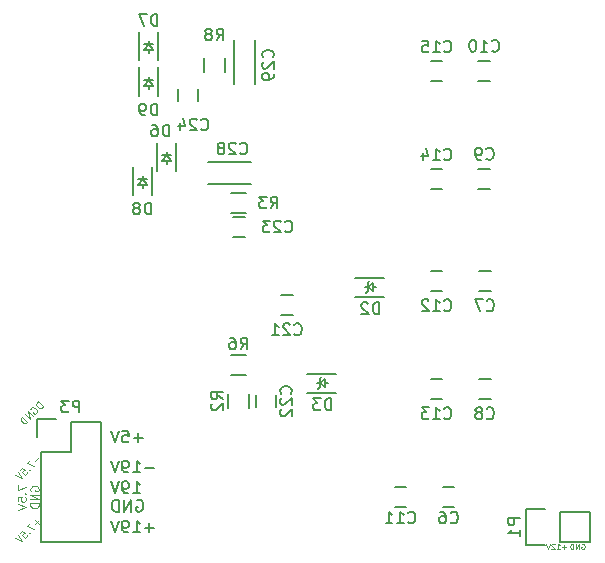
<source format=gbo>
G04 #@! TF.FileFunction,Legend,Bot*
%FSLAX46Y46*%
G04 Gerber Fmt 4.6, Leading zero omitted, Abs format (unit mm)*
G04 Created by KiCad (PCBNEW 4.0.1-3.201512221402+6198~38~ubuntu14.04.1-stable) date Wed 03 Feb 2016 12:26:22 GMT*
%MOMM*%
G01*
G04 APERTURE LIST*
%ADD10C,0.100000*%
%ADD11C,0.150000*%
%ADD12C,0.110000*%
G04 APERTURE END LIST*
D10*
X148424857Y-149254000D02*
X148467714Y-149232571D01*
X148532000Y-149232571D01*
X148596285Y-149254000D01*
X148639143Y-149296857D01*
X148660571Y-149339714D01*
X148682000Y-149425429D01*
X148682000Y-149489714D01*
X148660571Y-149575429D01*
X148639143Y-149618286D01*
X148596285Y-149661143D01*
X148532000Y-149682571D01*
X148489143Y-149682571D01*
X148424857Y-149661143D01*
X148403428Y-149639714D01*
X148403428Y-149489714D01*
X148489143Y-149489714D01*
X148210571Y-149682571D02*
X148210571Y-149232571D01*
X147953428Y-149682571D01*
X147953428Y-149232571D01*
X147739142Y-149682571D02*
X147739142Y-149232571D01*
X147631999Y-149232571D01*
X147567714Y-149254000D01*
X147524856Y-149296857D01*
X147503428Y-149339714D01*
X147481999Y-149425429D01*
X147481999Y-149489714D01*
X147503428Y-149575429D01*
X147524856Y-149618286D01*
X147567714Y-149661143D01*
X147631999Y-149682571D01*
X147739142Y-149682571D01*
X147096856Y-149511143D02*
X146753999Y-149511143D01*
X146925428Y-149682571D02*
X146925428Y-149339714D01*
X146303999Y-149682571D02*
X146561142Y-149682571D01*
X146432570Y-149682571D02*
X146432570Y-149232571D01*
X146475427Y-149296857D01*
X146518285Y-149339714D01*
X146561142Y-149361143D01*
X146132571Y-149275429D02*
X146111142Y-149254000D01*
X146068285Y-149232571D01*
X145961142Y-149232571D01*
X145918285Y-149254000D01*
X145896856Y-149275429D01*
X145875428Y-149318286D01*
X145875428Y-149361143D01*
X145896856Y-149425429D01*
X146153999Y-149682571D01*
X145875428Y-149682571D01*
X145746857Y-149232571D02*
X145596857Y-149682571D01*
X145446857Y-149232571D01*
D11*
X112219905Y-147899429D02*
X111458000Y-147899429D01*
X111838952Y-148280381D02*
X111838952Y-147518476D01*
X110458000Y-148280381D02*
X111029429Y-148280381D01*
X110743715Y-148280381D02*
X110743715Y-147280381D01*
X110838953Y-147423238D01*
X110934191Y-147518476D01*
X111029429Y-147566095D01*
X109981810Y-148280381D02*
X109791334Y-148280381D01*
X109696095Y-148232762D01*
X109648476Y-148185143D01*
X109553238Y-148042286D01*
X109505619Y-147851810D01*
X109505619Y-147470857D01*
X109553238Y-147375619D01*
X109600857Y-147328000D01*
X109696095Y-147280381D01*
X109886572Y-147280381D01*
X109981810Y-147328000D01*
X110029429Y-147375619D01*
X110077048Y-147470857D01*
X110077048Y-147708952D01*
X110029429Y-147804190D01*
X109981810Y-147851810D01*
X109886572Y-147899429D01*
X109696095Y-147899429D01*
X109600857Y-147851810D01*
X109553238Y-147804190D01*
X109505619Y-147708952D01*
X109219905Y-147280381D02*
X108886572Y-148280381D01*
X108553238Y-147280381D01*
X110458000Y-144965381D02*
X111029429Y-144965381D01*
X110743715Y-144965381D02*
X110743715Y-143965381D01*
X110838953Y-144108238D01*
X110934191Y-144203476D01*
X111029429Y-144251095D01*
X109981810Y-144965381D02*
X109791334Y-144965381D01*
X109696095Y-144917762D01*
X109648476Y-144870143D01*
X109553238Y-144727286D01*
X109505619Y-144536810D01*
X109505619Y-144155857D01*
X109553238Y-144060619D01*
X109600857Y-144013000D01*
X109696095Y-143965381D01*
X109886572Y-143965381D01*
X109981810Y-144013000D01*
X110029429Y-144060619D01*
X110077048Y-144155857D01*
X110077048Y-144393952D01*
X110029429Y-144489190D01*
X109981810Y-144536810D01*
X109886572Y-144584429D01*
X109696095Y-144584429D01*
X109600857Y-144536810D01*
X109553238Y-144489190D01*
X109505619Y-144393952D01*
X109219905Y-143965381D02*
X108886572Y-144965381D01*
X108553238Y-143965381D01*
X110743714Y-145563000D02*
X110838952Y-145515381D01*
X110981809Y-145515381D01*
X111124667Y-145563000D01*
X111219905Y-145658238D01*
X111267524Y-145753476D01*
X111315143Y-145943952D01*
X111315143Y-146086810D01*
X111267524Y-146277286D01*
X111219905Y-146372524D01*
X111124667Y-146467762D01*
X110981809Y-146515381D01*
X110886571Y-146515381D01*
X110743714Y-146467762D01*
X110696095Y-146420143D01*
X110696095Y-146086810D01*
X110886571Y-146086810D01*
X110267524Y-146515381D02*
X110267524Y-145515381D01*
X109696095Y-146515381D01*
X109696095Y-145515381D01*
X109219905Y-146515381D02*
X109219905Y-145515381D01*
X108981810Y-145515381D01*
X108838952Y-145563000D01*
X108743714Y-145658238D01*
X108696095Y-145753476D01*
X108648476Y-145943952D01*
X108648476Y-146086810D01*
X108696095Y-146277286D01*
X108743714Y-146372524D01*
X108838952Y-146467762D01*
X108981810Y-146515381D01*
X109219905Y-146515381D01*
X112219905Y-142819429D02*
X111458000Y-142819429D01*
X110458000Y-143200381D02*
X111029429Y-143200381D01*
X110743715Y-143200381D02*
X110743715Y-142200381D01*
X110838953Y-142343238D01*
X110934191Y-142438476D01*
X111029429Y-142486095D01*
X109981810Y-143200381D02*
X109791334Y-143200381D01*
X109696095Y-143152762D01*
X109648476Y-143105143D01*
X109553238Y-142962286D01*
X109505619Y-142771810D01*
X109505619Y-142390857D01*
X109553238Y-142295619D01*
X109600857Y-142248000D01*
X109696095Y-142200381D01*
X109886572Y-142200381D01*
X109981810Y-142248000D01*
X110029429Y-142295619D01*
X110077048Y-142390857D01*
X110077048Y-142628952D01*
X110029429Y-142724190D01*
X109981810Y-142771810D01*
X109886572Y-142819429D01*
X109696095Y-142819429D01*
X109600857Y-142771810D01*
X109553238Y-142724190D01*
X109505619Y-142628952D01*
X109219905Y-142200381D02*
X108886572Y-143200381D01*
X108553238Y-142200381D01*
X111267524Y-140279429D02*
X110505619Y-140279429D01*
X110886571Y-140660381D02*
X110886571Y-139898476D01*
X109553238Y-139660381D02*
X110029429Y-139660381D01*
X110077048Y-140136571D01*
X110029429Y-140088952D01*
X109934191Y-140041333D01*
X109696095Y-140041333D01*
X109600857Y-140088952D01*
X109553238Y-140136571D01*
X109505619Y-140231810D01*
X109505619Y-140469905D01*
X109553238Y-140565143D01*
X109600857Y-140612762D01*
X109696095Y-140660381D01*
X109934191Y-140660381D01*
X110029429Y-140612762D01*
X110077048Y-140565143D01*
X109219905Y-139660381D02*
X108886572Y-140660381D01*
X108553238Y-139660381D01*
D12*
X102803543Y-137610315D02*
X102379279Y-137186051D01*
X102278264Y-137287066D01*
X102237857Y-137367879D01*
X102237858Y-137448690D01*
X102258061Y-137509300D01*
X102318670Y-137610315D01*
X102379279Y-137670924D01*
X102480294Y-137731533D01*
X102540903Y-137751736D01*
X102621715Y-137751737D01*
X102702528Y-137711330D01*
X102803543Y-137610315D01*
X101752984Y-137852752D02*
X101773188Y-137792143D01*
X101833797Y-137731534D01*
X101914609Y-137691127D01*
X101995421Y-137691128D01*
X102056030Y-137711330D01*
X102157045Y-137771939D01*
X102217654Y-137832549D01*
X102278263Y-137933563D01*
X102298466Y-137994173D01*
X102298467Y-138074985D01*
X102258061Y-138155798D01*
X102217654Y-138196204D01*
X102136842Y-138236610D01*
X102096437Y-138236610D01*
X101955015Y-138095188D01*
X102035827Y-138014377D01*
X101955015Y-138458843D02*
X101530751Y-138034579D01*
X101712579Y-138701280D01*
X101288315Y-138277016D01*
X101510548Y-138903310D02*
X101086284Y-138479046D01*
X100985269Y-138580061D01*
X100944862Y-138660874D01*
X100944863Y-138741685D01*
X100965066Y-138802295D01*
X101025675Y-138903310D01*
X101086284Y-138963919D01*
X101187299Y-139024528D01*
X101247908Y-139044731D01*
X101328720Y-139044732D01*
X101409533Y-139004325D01*
X101510548Y-138903310D01*
X102478833Y-141929776D02*
X102155584Y-142253025D01*
X101731320Y-142152010D02*
X101448478Y-142434853D01*
X102054569Y-142677289D01*
X101670711Y-142980335D02*
X101670710Y-143020742D01*
X101711117Y-143020742D01*
X101711116Y-142980335D01*
X101670711Y-142980335D01*
X101711117Y-143020742D01*
X100882792Y-143000538D02*
X101084823Y-142798508D01*
X101307056Y-142980335D01*
X101266649Y-142980335D01*
X101206040Y-143000538D01*
X101105025Y-143101553D01*
X101084822Y-143162162D01*
X101084823Y-143202569D01*
X101105025Y-143263178D01*
X101206040Y-143364193D01*
X101266650Y-143384396D01*
X101307056Y-143384396D01*
X101367665Y-143364193D01*
X101468680Y-143263178D01*
X101488883Y-143202569D01*
X101488883Y-143162163D01*
X100741370Y-143141960D02*
X101024213Y-143707646D01*
X100458527Y-143424803D01*
X100671667Y-144254667D02*
X100671667Y-144721334D01*
X101371667Y-144421334D01*
X101305000Y-144988001D02*
X101338333Y-145021334D01*
X101371667Y-144988001D01*
X101338333Y-144954667D01*
X101305000Y-144988001D01*
X101371667Y-144988001D01*
X100671667Y-145654667D02*
X100671667Y-145321334D01*
X101005000Y-145288000D01*
X100971667Y-145321334D01*
X100938333Y-145388000D01*
X100938333Y-145554667D01*
X100971667Y-145621334D01*
X101005000Y-145654667D01*
X101071667Y-145688000D01*
X101238333Y-145688000D01*
X101305000Y-145654667D01*
X101338333Y-145621334D01*
X101371667Y-145554667D01*
X101371667Y-145388000D01*
X101338333Y-145321334D01*
X101305000Y-145288000D01*
X100671667Y-145888001D02*
X101371667Y-146121334D01*
X100671667Y-146354667D01*
X101795000Y-144754667D02*
X101761667Y-144688001D01*
X101761667Y-144588001D01*
X101795000Y-144488001D01*
X101861667Y-144421334D01*
X101928333Y-144388001D01*
X102061667Y-144354667D01*
X102161667Y-144354667D01*
X102295000Y-144388001D01*
X102361667Y-144421334D01*
X102428333Y-144488001D01*
X102461667Y-144588001D01*
X102461667Y-144654667D01*
X102428333Y-144754667D01*
X102395000Y-144788001D01*
X102161667Y-144788001D01*
X102161667Y-144654667D01*
X102461667Y-145088001D02*
X101761667Y-145088001D01*
X102461667Y-145488001D01*
X101761667Y-145488001D01*
X102461667Y-145821334D02*
X101761667Y-145821334D01*
X101761667Y-145988000D01*
X101795000Y-146088000D01*
X101861667Y-146154667D01*
X101928333Y-146188000D01*
X102061667Y-146221334D01*
X102161667Y-146221334D01*
X102295000Y-146188000D01*
X102361667Y-146154667D01*
X102428333Y-146088000D01*
X102461667Y-145988000D01*
X102461667Y-145821334D01*
X102478833Y-147263776D02*
X102155584Y-147587025D01*
X102478833Y-147587026D02*
X102155584Y-147263777D01*
X101731320Y-147486010D02*
X101448478Y-147768853D01*
X102054569Y-148011289D01*
X101670711Y-148314335D02*
X101670710Y-148354742D01*
X101711117Y-148354742D01*
X101711116Y-148314335D01*
X101670711Y-148314335D01*
X101711117Y-148354742D01*
X100882792Y-148334538D02*
X101084823Y-148132508D01*
X101307056Y-148314335D01*
X101266649Y-148314335D01*
X101206040Y-148334538D01*
X101105025Y-148435553D01*
X101084822Y-148496162D01*
X101084823Y-148536569D01*
X101105025Y-148597178D01*
X101206040Y-148698193D01*
X101266650Y-148718396D01*
X101307056Y-148718396D01*
X101367665Y-148698193D01*
X101468680Y-148597178D01*
X101488883Y-148536569D01*
X101488883Y-148496163D01*
X100741370Y-148475960D02*
X101024213Y-149041646D01*
X100458527Y-148758803D01*
D11*
X133596000Y-146138000D02*
X132596000Y-146138000D01*
X132596000Y-144438000D02*
X133596000Y-144438000D01*
X136644000Y-127850000D02*
X135644000Y-127850000D01*
X135644000Y-126150000D02*
X136644000Y-126150000D01*
X136644000Y-136994000D02*
X135644000Y-136994000D01*
X135644000Y-135294000D02*
X136644000Y-135294000D01*
X136644000Y-119214000D02*
X135644000Y-119214000D01*
X135644000Y-117514000D02*
X136644000Y-117514000D01*
X136644000Y-110070000D02*
X135644000Y-110070000D01*
X135644000Y-108370000D02*
X136644000Y-108370000D01*
X120472000Y-116956000D02*
X116772000Y-116956000D01*
X120472000Y-118756000D02*
X116772000Y-118756000D01*
X120788000Y-110312000D02*
X120788000Y-106612000D01*
X118988000Y-110312000D02*
X118988000Y-106612000D01*
X119980000Y-119521000D02*
X118780000Y-119521000D01*
X118780000Y-121271000D02*
X119980000Y-121271000D01*
X118223000Y-109312000D02*
X118223000Y-108112000D01*
X116473000Y-108112000D02*
X116473000Y-109312000D01*
X118780000Y-134987000D02*
X119980000Y-134987000D01*
X119980000Y-133237000D02*
X118780000Y-133237000D01*
X120255000Y-137760000D02*
X120255000Y-136560000D01*
X118505000Y-136560000D02*
X118505000Y-137760000D01*
X143738000Y-146278000D02*
X145288000Y-146278000D01*
X149098000Y-146558000D02*
X146558000Y-146558000D01*
X146558000Y-146558000D02*
X146558000Y-149098000D01*
X145288000Y-149378000D02*
X143738000Y-149378000D01*
X143738000Y-149378000D02*
X143738000Y-146278000D01*
X146558000Y-149098000D02*
X149098000Y-149098000D01*
X149098000Y-149098000D02*
X149098000Y-146558000D01*
X102616000Y-141478000D02*
X102616000Y-149098000D01*
X102616000Y-149098000D02*
X107696000Y-149098000D01*
X107696000Y-149098000D02*
X107696000Y-138938000D01*
X107696000Y-138938000D02*
X105156000Y-138938000D01*
X102336000Y-140208000D02*
X102336000Y-138658000D01*
X105156000Y-138938000D02*
X105156000Y-141478000D01*
X105156000Y-141478000D02*
X102616000Y-141478000D01*
X102336000Y-138658000D02*
X103886000Y-138658000D01*
X126242000Y-135286000D02*
X126392000Y-135136000D01*
X126092000Y-136136000D02*
X126242000Y-135986000D01*
X126742000Y-135636000D02*
X126992000Y-135636000D01*
X126242000Y-135636000D02*
X125992000Y-135636000D01*
X126242000Y-135636000D02*
X126742000Y-135986000D01*
X126742000Y-135986000D02*
X126742000Y-135286000D01*
X126742000Y-135286000D02*
X126242000Y-135636000D01*
X126242000Y-135986000D02*
X126242000Y-135286000D01*
X125192000Y-134836000D02*
X127592000Y-134836000D01*
X125192000Y-136436000D02*
X127592000Y-136436000D01*
X130306000Y-127158000D02*
X130456000Y-127008000D01*
X130156000Y-128008000D02*
X130306000Y-127858000D01*
X130806000Y-127508000D02*
X131056000Y-127508000D01*
X130306000Y-127508000D02*
X130056000Y-127508000D01*
X130306000Y-127508000D02*
X130806000Y-127858000D01*
X130806000Y-127858000D02*
X130806000Y-127158000D01*
X130806000Y-127158000D02*
X130306000Y-127508000D01*
X130306000Y-127858000D02*
X130306000Y-127158000D01*
X129256000Y-126708000D02*
X131656000Y-126708000D01*
X129256000Y-128308000D02*
X131656000Y-128308000D01*
X137660000Y-146138000D02*
X136660000Y-146138000D01*
X136660000Y-144438000D02*
X137660000Y-144438000D01*
X140724000Y-127850000D02*
X139724000Y-127850000D01*
X139724000Y-126150000D02*
X140724000Y-126150000D01*
X140724000Y-136994000D02*
X139724000Y-136994000D01*
X139724000Y-135294000D02*
X140724000Y-135294000D01*
X139692000Y-117514000D02*
X140692000Y-117514000D01*
X140692000Y-119214000D02*
X139692000Y-119214000D01*
X139692000Y-108370000D02*
X140692000Y-108370000D01*
X140692000Y-110070000D02*
X139692000Y-110070000D01*
X123960000Y-129882000D02*
X122960000Y-129882000D01*
X122960000Y-128182000D02*
X123960000Y-128182000D01*
X120816000Y-137676000D02*
X120816000Y-136676000D01*
X122516000Y-136676000D02*
X122516000Y-137676000D01*
X119896000Y-123278000D02*
X118896000Y-123278000D01*
X118896000Y-121578000D02*
X119896000Y-121578000D01*
X114212000Y-111768000D02*
X114212000Y-110768000D01*
X115912000Y-110768000D02*
X115912000Y-111768000D01*
X113284000Y-116836000D02*
X113284000Y-117086000D01*
X113284000Y-116336000D02*
X113284000Y-116086000D01*
X113284000Y-116336000D02*
X112934000Y-116836000D01*
X112934000Y-116836000D02*
X113634000Y-116836000D01*
X113634000Y-116836000D02*
X113284000Y-116336000D01*
X112934000Y-116336000D02*
X113634000Y-116336000D01*
X114084000Y-115286000D02*
X114084000Y-117686000D01*
X112484000Y-115286000D02*
X112484000Y-117686000D01*
X111760000Y-107438000D02*
X111760000Y-107688000D01*
X111760000Y-106938000D02*
X111760000Y-106688000D01*
X111760000Y-106938000D02*
X111410000Y-107438000D01*
X111410000Y-107438000D02*
X112110000Y-107438000D01*
X112110000Y-107438000D02*
X111760000Y-106938000D01*
X111410000Y-106938000D02*
X112110000Y-106938000D01*
X112560000Y-105888000D02*
X112560000Y-108288000D01*
X110960000Y-105888000D02*
X110960000Y-108288000D01*
X111252000Y-118868000D02*
X111252000Y-119118000D01*
X111252000Y-118368000D02*
X111252000Y-118118000D01*
X111252000Y-118368000D02*
X110902000Y-118868000D01*
X110902000Y-118868000D02*
X111602000Y-118868000D01*
X111602000Y-118868000D02*
X111252000Y-118368000D01*
X110902000Y-118368000D02*
X111602000Y-118368000D01*
X112052000Y-117318000D02*
X112052000Y-119718000D01*
X110452000Y-117318000D02*
X110452000Y-119718000D01*
X111760000Y-110447000D02*
X111760000Y-110697000D01*
X111760000Y-109947000D02*
X111760000Y-109697000D01*
X111760000Y-109947000D02*
X111410000Y-110447000D01*
X111410000Y-110447000D02*
X112110000Y-110447000D01*
X112110000Y-110447000D02*
X111760000Y-109947000D01*
X111410000Y-109947000D02*
X112110000Y-109947000D01*
X112560000Y-108897000D02*
X112560000Y-111297000D01*
X110960000Y-108897000D02*
X110960000Y-111297000D01*
X133738857Y-147423143D02*
X133786476Y-147470762D01*
X133929333Y-147518381D01*
X134024571Y-147518381D01*
X134167429Y-147470762D01*
X134262667Y-147375524D01*
X134310286Y-147280286D01*
X134357905Y-147089810D01*
X134357905Y-146946952D01*
X134310286Y-146756476D01*
X134262667Y-146661238D01*
X134167429Y-146566000D01*
X134024571Y-146518381D01*
X133929333Y-146518381D01*
X133786476Y-146566000D01*
X133738857Y-146613619D01*
X132786476Y-147518381D02*
X133357905Y-147518381D01*
X133072191Y-147518381D02*
X133072191Y-146518381D01*
X133167429Y-146661238D01*
X133262667Y-146756476D01*
X133357905Y-146804095D01*
X131834095Y-147518381D02*
X132405524Y-147518381D01*
X132119810Y-147518381D02*
X132119810Y-146518381D01*
X132215048Y-146661238D01*
X132310286Y-146756476D01*
X132405524Y-146804095D01*
X136786857Y-129457143D02*
X136834476Y-129504762D01*
X136977333Y-129552381D01*
X137072571Y-129552381D01*
X137215429Y-129504762D01*
X137310667Y-129409524D01*
X137358286Y-129314286D01*
X137405905Y-129123810D01*
X137405905Y-128980952D01*
X137358286Y-128790476D01*
X137310667Y-128695238D01*
X137215429Y-128600000D01*
X137072571Y-128552381D01*
X136977333Y-128552381D01*
X136834476Y-128600000D01*
X136786857Y-128647619D01*
X135834476Y-129552381D02*
X136405905Y-129552381D01*
X136120191Y-129552381D02*
X136120191Y-128552381D01*
X136215429Y-128695238D01*
X136310667Y-128790476D01*
X136405905Y-128838095D01*
X135453524Y-128647619D02*
X135405905Y-128600000D01*
X135310667Y-128552381D01*
X135072571Y-128552381D01*
X134977333Y-128600000D01*
X134929714Y-128647619D01*
X134882095Y-128742857D01*
X134882095Y-128838095D01*
X134929714Y-128980952D01*
X135501143Y-129552381D01*
X134882095Y-129552381D01*
X136786857Y-138601143D02*
X136834476Y-138648762D01*
X136977333Y-138696381D01*
X137072571Y-138696381D01*
X137215429Y-138648762D01*
X137310667Y-138553524D01*
X137358286Y-138458286D01*
X137405905Y-138267810D01*
X137405905Y-138124952D01*
X137358286Y-137934476D01*
X137310667Y-137839238D01*
X137215429Y-137744000D01*
X137072571Y-137696381D01*
X136977333Y-137696381D01*
X136834476Y-137744000D01*
X136786857Y-137791619D01*
X135834476Y-138696381D02*
X136405905Y-138696381D01*
X136120191Y-138696381D02*
X136120191Y-137696381D01*
X136215429Y-137839238D01*
X136310667Y-137934476D01*
X136405905Y-137982095D01*
X135501143Y-137696381D02*
X134882095Y-137696381D01*
X135215429Y-138077333D01*
X135072571Y-138077333D01*
X134977333Y-138124952D01*
X134929714Y-138172571D01*
X134882095Y-138267810D01*
X134882095Y-138505905D01*
X134929714Y-138601143D01*
X134977333Y-138648762D01*
X135072571Y-138696381D01*
X135358286Y-138696381D01*
X135453524Y-138648762D01*
X135501143Y-138601143D01*
X136786857Y-116689143D02*
X136834476Y-116736762D01*
X136977333Y-116784381D01*
X137072571Y-116784381D01*
X137215429Y-116736762D01*
X137310667Y-116641524D01*
X137358286Y-116546286D01*
X137405905Y-116355810D01*
X137405905Y-116212952D01*
X137358286Y-116022476D01*
X137310667Y-115927238D01*
X137215429Y-115832000D01*
X137072571Y-115784381D01*
X136977333Y-115784381D01*
X136834476Y-115832000D01*
X136786857Y-115879619D01*
X135834476Y-116784381D02*
X136405905Y-116784381D01*
X136120191Y-116784381D02*
X136120191Y-115784381D01*
X136215429Y-115927238D01*
X136310667Y-116022476D01*
X136405905Y-116070095D01*
X134977333Y-116117714D02*
X134977333Y-116784381D01*
X135215429Y-115736762D02*
X135453524Y-116451048D01*
X134834476Y-116451048D01*
X136786857Y-107545143D02*
X136834476Y-107592762D01*
X136977333Y-107640381D01*
X137072571Y-107640381D01*
X137215429Y-107592762D01*
X137310667Y-107497524D01*
X137358286Y-107402286D01*
X137405905Y-107211810D01*
X137405905Y-107068952D01*
X137358286Y-106878476D01*
X137310667Y-106783238D01*
X137215429Y-106688000D01*
X137072571Y-106640381D01*
X136977333Y-106640381D01*
X136834476Y-106688000D01*
X136786857Y-106735619D01*
X135834476Y-107640381D02*
X136405905Y-107640381D01*
X136120191Y-107640381D02*
X136120191Y-106640381D01*
X136215429Y-106783238D01*
X136310667Y-106878476D01*
X136405905Y-106926095D01*
X134929714Y-106640381D02*
X135405905Y-106640381D01*
X135453524Y-107116571D01*
X135405905Y-107068952D01*
X135310667Y-107021333D01*
X135072571Y-107021333D01*
X134977333Y-107068952D01*
X134929714Y-107116571D01*
X134882095Y-107211810D01*
X134882095Y-107449905D01*
X134929714Y-107545143D01*
X134977333Y-107592762D01*
X135072571Y-107640381D01*
X135310667Y-107640381D01*
X135405905Y-107592762D01*
X135453524Y-107545143D01*
X119514857Y-116181143D02*
X119562476Y-116228762D01*
X119705333Y-116276381D01*
X119800571Y-116276381D01*
X119943429Y-116228762D01*
X120038667Y-116133524D01*
X120086286Y-116038286D01*
X120133905Y-115847810D01*
X120133905Y-115704952D01*
X120086286Y-115514476D01*
X120038667Y-115419238D01*
X119943429Y-115324000D01*
X119800571Y-115276381D01*
X119705333Y-115276381D01*
X119562476Y-115324000D01*
X119514857Y-115371619D01*
X119133905Y-115371619D02*
X119086286Y-115324000D01*
X118991048Y-115276381D01*
X118752952Y-115276381D01*
X118657714Y-115324000D01*
X118610095Y-115371619D01*
X118562476Y-115466857D01*
X118562476Y-115562095D01*
X118610095Y-115704952D01*
X119181524Y-116276381D01*
X118562476Y-116276381D01*
X117991048Y-115704952D02*
X118086286Y-115657333D01*
X118133905Y-115609714D01*
X118181524Y-115514476D01*
X118181524Y-115466857D01*
X118133905Y-115371619D01*
X118086286Y-115324000D01*
X117991048Y-115276381D01*
X117800571Y-115276381D01*
X117705333Y-115324000D01*
X117657714Y-115371619D01*
X117610095Y-115466857D01*
X117610095Y-115514476D01*
X117657714Y-115609714D01*
X117705333Y-115657333D01*
X117800571Y-115704952D01*
X117991048Y-115704952D01*
X118086286Y-115752571D01*
X118133905Y-115800190D01*
X118181524Y-115895429D01*
X118181524Y-116085905D01*
X118133905Y-116181143D01*
X118086286Y-116228762D01*
X117991048Y-116276381D01*
X117800571Y-116276381D01*
X117705333Y-116228762D01*
X117657714Y-116181143D01*
X117610095Y-116085905D01*
X117610095Y-115895429D01*
X117657714Y-115800190D01*
X117705333Y-115752571D01*
X117800571Y-115704952D01*
X122277143Y-108069143D02*
X122324762Y-108021524D01*
X122372381Y-107878667D01*
X122372381Y-107783429D01*
X122324762Y-107640571D01*
X122229524Y-107545333D01*
X122134286Y-107497714D01*
X121943810Y-107450095D01*
X121800952Y-107450095D01*
X121610476Y-107497714D01*
X121515238Y-107545333D01*
X121420000Y-107640571D01*
X121372381Y-107783429D01*
X121372381Y-107878667D01*
X121420000Y-108021524D01*
X121467619Y-108069143D01*
X121467619Y-108450095D02*
X121420000Y-108497714D01*
X121372381Y-108592952D01*
X121372381Y-108831048D01*
X121420000Y-108926286D01*
X121467619Y-108973905D01*
X121562857Y-109021524D01*
X121658095Y-109021524D01*
X121800952Y-108973905D01*
X122372381Y-108402476D01*
X122372381Y-109021524D01*
X122372381Y-109497714D02*
X122372381Y-109688190D01*
X122324762Y-109783429D01*
X122277143Y-109831048D01*
X122134286Y-109926286D01*
X121943810Y-109973905D01*
X121562857Y-109973905D01*
X121467619Y-109926286D01*
X121420000Y-109878667D01*
X121372381Y-109783429D01*
X121372381Y-109592952D01*
X121420000Y-109497714D01*
X121467619Y-109450095D01*
X121562857Y-109402476D01*
X121800952Y-109402476D01*
X121896190Y-109450095D01*
X121943810Y-109497714D01*
X121991429Y-109592952D01*
X121991429Y-109783429D01*
X121943810Y-109878667D01*
X121896190Y-109926286D01*
X121800952Y-109973905D01*
X122086666Y-120848381D02*
X122420000Y-120372190D01*
X122658095Y-120848381D02*
X122658095Y-119848381D01*
X122277142Y-119848381D01*
X122181904Y-119896000D01*
X122134285Y-119943619D01*
X122086666Y-120038857D01*
X122086666Y-120181714D01*
X122134285Y-120276952D01*
X122181904Y-120324571D01*
X122277142Y-120372190D01*
X122658095Y-120372190D01*
X121753333Y-119848381D02*
X121134285Y-119848381D01*
X121467619Y-120229333D01*
X121324761Y-120229333D01*
X121229523Y-120276952D01*
X121181904Y-120324571D01*
X121134285Y-120419810D01*
X121134285Y-120657905D01*
X121181904Y-120753143D01*
X121229523Y-120800762D01*
X121324761Y-120848381D01*
X121610476Y-120848381D01*
X121705714Y-120800762D01*
X121753333Y-120753143D01*
X117514666Y-106624381D02*
X117848000Y-106148190D01*
X118086095Y-106624381D02*
X118086095Y-105624381D01*
X117705142Y-105624381D01*
X117609904Y-105672000D01*
X117562285Y-105719619D01*
X117514666Y-105814857D01*
X117514666Y-105957714D01*
X117562285Y-106052952D01*
X117609904Y-106100571D01*
X117705142Y-106148190D01*
X118086095Y-106148190D01*
X116943238Y-106052952D02*
X117038476Y-106005333D01*
X117086095Y-105957714D01*
X117133714Y-105862476D01*
X117133714Y-105814857D01*
X117086095Y-105719619D01*
X117038476Y-105672000D01*
X116943238Y-105624381D01*
X116752761Y-105624381D01*
X116657523Y-105672000D01*
X116609904Y-105719619D01*
X116562285Y-105814857D01*
X116562285Y-105862476D01*
X116609904Y-105957714D01*
X116657523Y-106005333D01*
X116752761Y-106052952D01*
X116943238Y-106052952D01*
X117038476Y-106100571D01*
X117086095Y-106148190D01*
X117133714Y-106243429D01*
X117133714Y-106433905D01*
X117086095Y-106529143D01*
X117038476Y-106576762D01*
X116943238Y-106624381D01*
X116752761Y-106624381D01*
X116657523Y-106576762D01*
X116609904Y-106529143D01*
X116562285Y-106433905D01*
X116562285Y-106243429D01*
X116609904Y-106148190D01*
X116657523Y-106100571D01*
X116752761Y-106052952D01*
X119546666Y-132786381D02*
X119880000Y-132310190D01*
X120118095Y-132786381D02*
X120118095Y-131786381D01*
X119737142Y-131786381D01*
X119641904Y-131834000D01*
X119594285Y-131881619D01*
X119546666Y-131976857D01*
X119546666Y-132119714D01*
X119594285Y-132214952D01*
X119641904Y-132262571D01*
X119737142Y-132310190D01*
X120118095Y-132310190D01*
X118689523Y-131786381D02*
X118880000Y-131786381D01*
X118975238Y-131834000D01*
X119022857Y-131881619D01*
X119118095Y-132024476D01*
X119165714Y-132214952D01*
X119165714Y-132595905D01*
X119118095Y-132691143D01*
X119070476Y-132738762D01*
X118975238Y-132786381D01*
X118784761Y-132786381D01*
X118689523Y-132738762D01*
X118641904Y-132691143D01*
X118594285Y-132595905D01*
X118594285Y-132357810D01*
X118641904Y-132262571D01*
X118689523Y-132214952D01*
X118784761Y-132167333D01*
X118975238Y-132167333D01*
X119070476Y-132214952D01*
X119118095Y-132262571D01*
X119165714Y-132357810D01*
X118054381Y-136993334D02*
X117578190Y-136660000D01*
X118054381Y-136421905D02*
X117054381Y-136421905D01*
X117054381Y-136802858D01*
X117102000Y-136898096D01*
X117149619Y-136945715D01*
X117244857Y-136993334D01*
X117387714Y-136993334D01*
X117482952Y-136945715D01*
X117530571Y-136898096D01*
X117578190Y-136802858D01*
X117578190Y-136421905D01*
X117149619Y-137374286D02*
X117102000Y-137421905D01*
X117054381Y-137517143D01*
X117054381Y-137755239D01*
X117102000Y-137850477D01*
X117149619Y-137898096D01*
X117244857Y-137945715D01*
X117340095Y-137945715D01*
X117482952Y-137898096D01*
X118054381Y-137326667D01*
X118054381Y-137945715D01*
X143200381Y-147089905D02*
X142200381Y-147089905D01*
X142200381Y-147470858D01*
X142248000Y-147566096D01*
X142295619Y-147613715D01*
X142390857Y-147661334D01*
X142533714Y-147661334D01*
X142628952Y-147613715D01*
X142676571Y-147566096D01*
X142724190Y-147470858D01*
X142724190Y-147089905D01*
X143200381Y-148613715D02*
X143200381Y-148042286D01*
X143200381Y-148328000D02*
X142200381Y-148328000D01*
X142343238Y-148232762D01*
X142438476Y-148137524D01*
X142486095Y-148042286D01*
X105894095Y-138120381D02*
X105894095Y-137120381D01*
X105513142Y-137120381D01*
X105417904Y-137168000D01*
X105370285Y-137215619D01*
X105322666Y-137310857D01*
X105322666Y-137453714D01*
X105370285Y-137548952D01*
X105417904Y-137596571D01*
X105513142Y-137644190D01*
X105894095Y-137644190D01*
X104989333Y-137120381D02*
X104370285Y-137120381D01*
X104703619Y-137501333D01*
X104560761Y-137501333D01*
X104465523Y-137548952D01*
X104417904Y-137596571D01*
X104370285Y-137691810D01*
X104370285Y-137929905D01*
X104417904Y-138025143D01*
X104465523Y-138072762D01*
X104560761Y-138120381D01*
X104846476Y-138120381D01*
X104941714Y-138072762D01*
X104989333Y-138025143D01*
X127230095Y-137938381D02*
X127230095Y-136938381D01*
X126992000Y-136938381D01*
X126849142Y-136986000D01*
X126753904Y-137081238D01*
X126706285Y-137176476D01*
X126658666Y-137366952D01*
X126658666Y-137509810D01*
X126706285Y-137700286D01*
X126753904Y-137795524D01*
X126849142Y-137890762D01*
X126992000Y-137938381D01*
X127230095Y-137938381D01*
X126325333Y-136938381D02*
X125706285Y-136938381D01*
X126039619Y-137319333D01*
X125896761Y-137319333D01*
X125801523Y-137366952D01*
X125753904Y-137414571D01*
X125706285Y-137509810D01*
X125706285Y-137747905D01*
X125753904Y-137843143D01*
X125801523Y-137890762D01*
X125896761Y-137938381D01*
X126182476Y-137938381D01*
X126277714Y-137890762D01*
X126325333Y-137843143D01*
X131294095Y-129810381D02*
X131294095Y-128810381D01*
X131056000Y-128810381D01*
X130913142Y-128858000D01*
X130817904Y-128953238D01*
X130770285Y-129048476D01*
X130722666Y-129238952D01*
X130722666Y-129381810D01*
X130770285Y-129572286D01*
X130817904Y-129667524D01*
X130913142Y-129762762D01*
X131056000Y-129810381D01*
X131294095Y-129810381D01*
X130341714Y-128905619D02*
X130294095Y-128858000D01*
X130198857Y-128810381D01*
X129960761Y-128810381D01*
X129865523Y-128858000D01*
X129817904Y-128905619D01*
X129770285Y-129000857D01*
X129770285Y-129096095D01*
X129817904Y-129238952D01*
X130389333Y-129810381D01*
X129770285Y-129810381D01*
X137326666Y-147423143D02*
X137374285Y-147470762D01*
X137517142Y-147518381D01*
X137612380Y-147518381D01*
X137755238Y-147470762D01*
X137850476Y-147375524D01*
X137898095Y-147280286D01*
X137945714Y-147089810D01*
X137945714Y-146946952D01*
X137898095Y-146756476D01*
X137850476Y-146661238D01*
X137755238Y-146566000D01*
X137612380Y-146518381D01*
X137517142Y-146518381D01*
X137374285Y-146566000D01*
X137326666Y-146613619D01*
X136469523Y-146518381D02*
X136660000Y-146518381D01*
X136755238Y-146566000D01*
X136802857Y-146613619D01*
X136898095Y-146756476D01*
X136945714Y-146946952D01*
X136945714Y-147327905D01*
X136898095Y-147423143D01*
X136850476Y-147470762D01*
X136755238Y-147518381D01*
X136564761Y-147518381D01*
X136469523Y-147470762D01*
X136421904Y-147423143D01*
X136374285Y-147327905D01*
X136374285Y-147089810D01*
X136421904Y-146994571D01*
X136469523Y-146946952D01*
X136564761Y-146899333D01*
X136755238Y-146899333D01*
X136850476Y-146946952D01*
X136898095Y-146994571D01*
X136945714Y-147089810D01*
X140390666Y-129457143D02*
X140438285Y-129504762D01*
X140581142Y-129552381D01*
X140676380Y-129552381D01*
X140819238Y-129504762D01*
X140914476Y-129409524D01*
X140962095Y-129314286D01*
X141009714Y-129123810D01*
X141009714Y-128980952D01*
X140962095Y-128790476D01*
X140914476Y-128695238D01*
X140819238Y-128600000D01*
X140676380Y-128552381D01*
X140581142Y-128552381D01*
X140438285Y-128600000D01*
X140390666Y-128647619D01*
X140057333Y-128552381D02*
X139390666Y-128552381D01*
X139819238Y-129552381D01*
X140390666Y-138601143D02*
X140438285Y-138648762D01*
X140581142Y-138696381D01*
X140676380Y-138696381D01*
X140819238Y-138648762D01*
X140914476Y-138553524D01*
X140962095Y-138458286D01*
X141009714Y-138267810D01*
X141009714Y-138124952D01*
X140962095Y-137934476D01*
X140914476Y-137839238D01*
X140819238Y-137744000D01*
X140676380Y-137696381D01*
X140581142Y-137696381D01*
X140438285Y-137744000D01*
X140390666Y-137791619D01*
X139819238Y-138124952D02*
X139914476Y-138077333D01*
X139962095Y-138029714D01*
X140009714Y-137934476D01*
X140009714Y-137886857D01*
X139962095Y-137791619D01*
X139914476Y-137744000D01*
X139819238Y-137696381D01*
X139628761Y-137696381D01*
X139533523Y-137744000D01*
X139485904Y-137791619D01*
X139438285Y-137886857D01*
X139438285Y-137934476D01*
X139485904Y-138029714D01*
X139533523Y-138077333D01*
X139628761Y-138124952D01*
X139819238Y-138124952D01*
X139914476Y-138172571D01*
X139962095Y-138220190D01*
X140009714Y-138315429D01*
X140009714Y-138505905D01*
X139962095Y-138601143D01*
X139914476Y-138648762D01*
X139819238Y-138696381D01*
X139628761Y-138696381D01*
X139533523Y-138648762D01*
X139485904Y-138601143D01*
X139438285Y-138505905D01*
X139438285Y-138315429D01*
X139485904Y-138220190D01*
X139533523Y-138172571D01*
X139628761Y-138124952D01*
X140358666Y-116621143D02*
X140406285Y-116668762D01*
X140549142Y-116716381D01*
X140644380Y-116716381D01*
X140787238Y-116668762D01*
X140882476Y-116573524D01*
X140930095Y-116478286D01*
X140977714Y-116287810D01*
X140977714Y-116144952D01*
X140930095Y-115954476D01*
X140882476Y-115859238D01*
X140787238Y-115764000D01*
X140644380Y-115716381D01*
X140549142Y-115716381D01*
X140406285Y-115764000D01*
X140358666Y-115811619D01*
X139882476Y-116716381D02*
X139692000Y-116716381D01*
X139596761Y-116668762D01*
X139549142Y-116621143D01*
X139453904Y-116478286D01*
X139406285Y-116287810D01*
X139406285Y-115906857D01*
X139453904Y-115811619D01*
X139501523Y-115764000D01*
X139596761Y-115716381D01*
X139787238Y-115716381D01*
X139882476Y-115764000D01*
X139930095Y-115811619D01*
X139977714Y-115906857D01*
X139977714Y-116144952D01*
X139930095Y-116240190D01*
X139882476Y-116287810D01*
X139787238Y-116335429D01*
X139596761Y-116335429D01*
X139501523Y-116287810D01*
X139453904Y-116240190D01*
X139406285Y-116144952D01*
X140834857Y-107477143D02*
X140882476Y-107524762D01*
X141025333Y-107572381D01*
X141120571Y-107572381D01*
X141263429Y-107524762D01*
X141358667Y-107429524D01*
X141406286Y-107334286D01*
X141453905Y-107143810D01*
X141453905Y-107000952D01*
X141406286Y-106810476D01*
X141358667Y-106715238D01*
X141263429Y-106620000D01*
X141120571Y-106572381D01*
X141025333Y-106572381D01*
X140882476Y-106620000D01*
X140834857Y-106667619D01*
X139882476Y-107572381D02*
X140453905Y-107572381D01*
X140168191Y-107572381D02*
X140168191Y-106572381D01*
X140263429Y-106715238D01*
X140358667Y-106810476D01*
X140453905Y-106858095D01*
X139263429Y-106572381D02*
X139168190Y-106572381D01*
X139072952Y-106620000D01*
X139025333Y-106667619D01*
X138977714Y-106762857D01*
X138930095Y-106953333D01*
X138930095Y-107191429D01*
X138977714Y-107381905D01*
X139025333Y-107477143D01*
X139072952Y-107524762D01*
X139168190Y-107572381D01*
X139263429Y-107572381D01*
X139358667Y-107524762D01*
X139406286Y-107477143D01*
X139453905Y-107381905D01*
X139501524Y-107191429D01*
X139501524Y-106953333D01*
X139453905Y-106762857D01*
X139406286Y-106667619D01*
X139358667Y-106620000D01*
X139263429Y-106572381D01*
X124102857Y-131489143D02*
X124150476Y-131536762D01*
X124293333Y-131584381D01*
X124388571Y-131584381D01*
X124531429Y-131536762D01*
X124626667Y-131441524D01*
X124674286Y-131346286D01*
X124721905Y-131155810D01*
X124721905Y-131012952D01*
X124674286Y-130822476D01*
X124626667Y-130727238D01*
X124531429Y-130632000D01*
X124388571Y-130584381D01*
X124293333Y-130584381D01*
X124150476Y-130632000D01*
X124102857Y-130679619D01*
X123721905Y-130679619D02*
X123674286Y-130632000D01*
X123579048Y-130584381D01*
X123340952Y-130584381D01*
X123245714Y-130632000D01*
X123198095Y-130679619D01*
X123150476Y-130774857D01*
X123150476Y-130870095D01*
X123198095Y-131012952D01*
X123769524Y-131584381D01*
X123150476Y-131584381D01*
X122198095Y-131584381D02*
X122769524Y-131584381D01*
X122483810Y-131584381D02*
X122483810Y-130584381D01*
X122579048Y-130727238D01*
X122674286Y-130822476D01*
X122769524Y-130870095D01*
X123801143Y-136533143D02*
X123848762Y-136485524D01*
X123896381Y-136342667D01*
X123896381Y-136247429D01*
X123848762Y-136104571D01*
X123753524Y-136009333D01*
X123658286Y-135961714D01*
X123467810Y-135914095D01*
X123324952Y-135914095D01*
X123134476Y-135961714D01*
X123039238Y-136009333D01*
X122944000Y-136104571D01*
X122896381Y-136247429D01*
X122896381Y-136342667D01*
X122944000Y-136485524D01*
X122991619Y-136533143D01*
X122991619Y-136914095D02*
X122944000Y-136961714D01*
X122896381Y-137056952D01*
X122896381Y-137295048D01*
X122944000Y-137390286D01*
X122991619Y-137437905D01*
X123086857Y-137485524D01*
X123182095Y-137485524D01*
X123324952Y-137437905D01*
X123896381Y-136866476D01*
X123896381Y-137485524D01*
X122991619Y-137866476D02*
X122944000Y-137914095D01*
X122896381Y-138009333D01*
X122896381Y-138247429D01*
X122944000Y-138342667D01*
X122991619Y-138390286D01*
X123086857Y-138437905D01*
X123182095Y-138437905D01*
X123324952Y-138390286D01*
X123896381Y-137818857D01*
X123896381Y-138437905D01*
X123324857Y-122785143D02*
X123372476Y-122832762D01*
X123515333Y-122880381D01*
X123610571Y-122880381D01*
X123753429Y-122832762D01*
X123848667Y-122737524D01*
X123896286Y-122642286D01*
X123943905Y-122451810D01*
X123943905Y-122308952D01*
X123896286Y-122118476D01*
X123848667Y-122023238D01*
X123753429Y-121928000D01*
X123610571Y-121880381D01*
X123515333Y-121880381D01*
X123372476Y-121928000D01*
X123324857Y-121975619D01*
X122943905Y-121975619D02*
X122896286Y-121928000D01*
X122801048Y-121880381D01*
X122562952Y-121880381D01*
X122467714Y-121928000D01*
X122420095Y-121975619D01*
X122372476Y-122070857D01*
X122372476Y-122166095D01*
X122420095Y-122308952D01*
X122991524Y-122880381D01*
X122372476Y-122880381D01*
X122039143Y-121880381D02*
X121420095Y-121880381D01*
X121753429Y-122261333D01*
X121610571Y-122261333D01*
X121515333Y-122308952D01*
X121467714Y-122356571D01*
X121420095Y-122451810D01*
X121420095Y-122689905D01*
X121467714Y-122785143D01*
X121515333Y-122832762D01*
X121610571Y-122880381D01*
X121896286Y-122880381D01*
X121991524Y-122832762D01*
X122039143Y-122785143D01*
X116212857Y-114149143D02*
X116260476Y-114196762D01*
X116403333Y-114244381D01*
X116498571Y-114244381D01*
X116641429Y-114196762D01*
X116736667Y-114101524D01*
X116784286Y-114006286D01*
X116831905Y-113815810D01*
X116831905Y-113672952D01*
X116784286Y-113482476D01*
X116736667Y-113387238D01*
X116641429Y-113292000D01*
X116498571Y-113244381D01*
X116403333Y-113244381D01*
X116260476Y-113292000D01*
X116212857Y-113339619D01*
X115831905Y-113339619D02*
X115784286Y-113292000D01*
X115689048Y-113244381D01*
X115450952Y-113244381D01*
X115355714Y-113292000D01*
X115308095Y-113339619D01*
X115260476Y-113434857D01*
X115260476Y-113530095D01*
X115308095Y-113672952D01*
X115879524Y-114244381D01*
X115260476Y-114244381D01*
X114403333Y-113577714D02*
X114403333Y-114244381D01*
X114641429Y-113196762D02*
X114879524Y-113911048D01*
X114260476Y-113911048D01*
X113514095Y-114752381D02*
X113514095Y-113752381D01*
X113276000Y-113752381D01*
X113133142Y-113800000D01*
X113037904Y-113895238D01*
X112990285Y-113990476D01*
X112942666Y-114180952D01*
X112942666Y-114323810D01*
X112990285Y-114514286D01*
X113037904Y-114609524D01*
X113133142Y-114704762D01*
X113276000Y-114752381D01*
X113514095Y-114752381D01*
X112085523Y-113752381D02*
X112276000Y-113752381D01*
X112371238Y-113800000D01*
X112418857Y-113847619D01*
X112514095Y-113990476D01*
X112561714Y-114180952D01*
X112561714Y-114561905D01*
X112514095Y-114657143D01*
X112466476Y-114704762D01*
X112371238Y-114752381D01*
X112180761Y-114752381D01*
X112085523Y-114704762D01*
X112037904Y-114657143D01*
X111990285Y-114561905D01*
X111990285Y-114323810D01*
X112037904Y-114228571D01*
X112085523Y-114180952D01*
X112180761Y-114133333D01*
X112371238Y-114133333D01*
X112466476Y-114180952D01*
X112514095Y-114228571D01*
X112561714Y-114323810D01*
X112498095Y-105393381D02*
X112498095Y-104393381D01*
X112260000Y-104393381D01*
X112117142Y-104441000D01*
X112021904Y-104536238D01*
X111974285Y-104631476D01*
X111926666Y-104821952D01*
X111926666Y-104964810D01*
X111974285Y-105155286D01*
X112021904Y-105250524D01*
X112117142Y-105345762D01*
X112260000Y-105393381D01*
X112498095Y-105393381D01*
X111593333Y-104393381D02*
X110926666Y-104393381D01*
X111355238Y-105393381D01*
X111990095Y-121356381D02*
X111990095Y-120356381D01*
X111752000Y-120356381D01*
X111609142Y-120404000D01*
X111513904Y-120499238D01*
X111466285Y-120594476D01*
X111418666Y-120784952D01*
X111418666Y-120927810D01*
X111466285Y-121118286D01*
X111513904Y-121213524D01*
X111609142Y-121308762D01*
X111752000Y-121356381D01*
X111990095Y-121356381D01*
X110847238Y-120784952D02*
X110942476Y-120737333D01*
X110990095Y-120689714D01*
X111037714Y-120594476D01*
X111037714Y-120546857D01*
X110990095Y-120451619D01*
X110942476Y-120404000D01*
X110847238Y-120356381D01*
X110656761Y-120356381D01*
X110561523Y-120404000D01*
X110513904Y-120451619D01*
X110466285Y-120546857D01*
X110466285Y-120594476D01*
X110513904Y-120689714D01*
X110561523Y-120737333D01*
X110656761Y-120784952D01*
X110847238Y-120784952D01*
X110942476Y-120832571D01*
X110990095Y-120880190D01*
X111037714Y-120975429D01*
X111037714Y-121165905D01*
X110990095Y-121261143D01*
X110942476Y-121308762D01*
X110847238Y-121356381D01*
X110656761Y-121356381D01*
X110561523Y-121308762D01*
X110513904Y-121261143D01*
X110466285Y-121165905D01*
X110466285Y-120975429D01*
X110513904Y-120880190D01*
X110561523Y-120832571D01*
X110656761Y-120784952D01*
X112498095Y-112974381D02*
X112498095Y-111974381D01*
X112260000Y-111974381D01*
X112117142Y-112022000D01*
X112021904Y-112117238D01*
X111974285Y-112212476D01*
X111926666Y-112402952D01*
X111926666Y-112545810D01*
X111974285Y-112736286D01*
X112021904Y-112831524D01*
X112117142Y-112926762D01*
X112260000Y-112974381D01*
X112498095Y-112974381D01*
X111450476Y-112974381D02*
X111260000Y-112974381D01*
X111164761Y-112926762D01*
X111117142Y-112879143D01*
X111021904Y-112736286D01*
X110974285Y-112545810D01*
X110974285Y-112164857D01*
X111021904Y-112069619D01*
X111069523Y-112022000D01*
X111164761Y-111974381D01*
X111355238Y-111974381D01*
X111450476Y-112022000D01*
X111498095Y-112069619D01*
X111545714Y-112164857D01*
X111545714Y-112402952D01*
X111498095Y-112498190D01*
X111450476Y-112545810D01*
X111355238Y-112593429D01*
X111164761Y-112593429D01*
X111069523Y-112545810D01*
X111021904Y-112498190D01*
X110974285Y-112402952D01*
M02*

</source>
